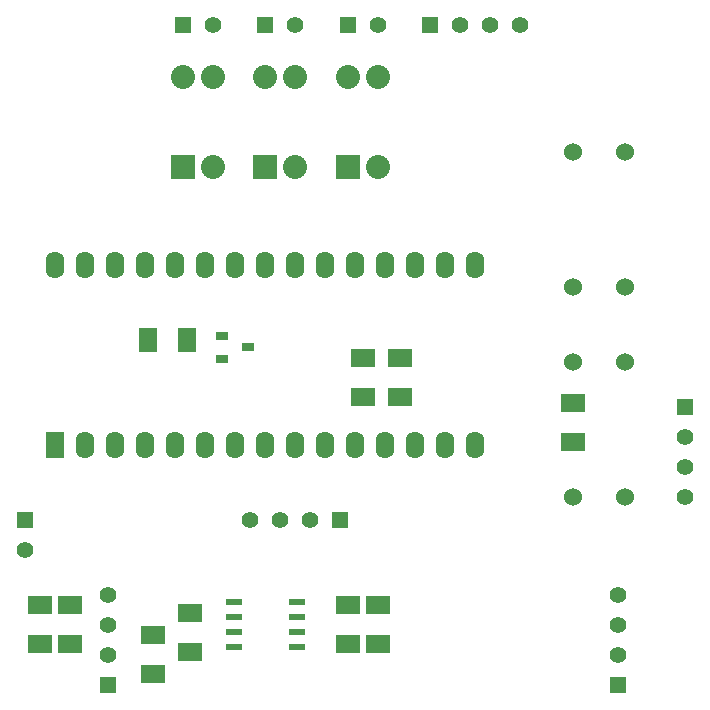
<source format=gbs>
G04 (created by PCBNEW (22-Jun-2014 BZR 4027)-stable) date Wed 30 Jul 2014 13:09:56 NZST*
%MOIN*%
G04 Gerber Fmt 3.4, Leading zero omitted, Abs format*
%FSLAX34Y34*%
G01*
G70*
G90*
G04 APERTURE LIST*
%ADD10C,0.00590551*%
%ADD11R,0.0551X0.0236*%
%ADD12R,0.08X0.06*%
%ADD13R,0.062X0.09*%
%ADD14O,0.062X0.09*%
%ADD15R,0.08X0.08*%
%ADD16C,0.08*%
%ADD17O,0.08X0.08*%
%ADD18R,0.0394X0.0315*%
%ADD19R,0.06X0.08*%
%ADD20R,0.055X0.055*%
%ADD21C,0.055*%
%ADD22C,0.06*%
G04 APERTURE END LIST*
G54D10*
G54D11*
X82550Y-63750D03*
X80450Y-63750D03*
X82550Y-63250D03*
X82550Y-62750D03*
X82550Y-62250D03*
X80450Y-63250D03*
X80450Y-62750D03*
X80450Y-62250D03*
G54D12*
X75000Y-63650D03*
X75000Y-62350D03*
X74000Y-63650D03*
X74000Y-62350D03*
X84250Y-63650D03*
X84250Y-62350D03*
X85250Y-63650D03*
X85250Y-62350D03*
G54D13*
X74500Y-57000D03*
G54D14*
X75500Y-57000D03*
X76500Y-57000D03*
X77500Y-57000D03*
X78500Y-57000D03*
X79500Y-57000D03*
X80500Y-57000D03*
X81500Y-57000D03*
X82500Y-57000D03*
X83500Y-57000D03*
X84500Y-57000D03*
X85500Y-57000D03*
X86500Y-57000D03*
X87500Y-57000D03*
X88500Y-57000D03*
X88500Y-51000D03*
X87500Y-51000D03*
X86500Y-51000D03*
X85500Y-51000D03*
X84500Y-51000D03*
X83500Y-51000D03*
X82500Y-51000D03*
X81500Y-51000D03*
X80500Y-51000D03*
X79500Y-51000D03*
X78500Y-51000D03*
X77500Y-51000D03*
X76500Y-51000D03*
X75500Y-51000D03*
X74500Y-51000D03*
G54D15*
X84250Y-47750D03*
G54D16*
X85250Y-47750D03*
G54D17*
X85250Y-44750D03*
X84250Y-44750D03*
G54D15*
X81500Y-47750D03*
G54D16*
X82500Y-47750D03*
G54D17*
X82500Y-44750D03*
X81500Y-44750D03*
G54D15*
X78750Y-47750D03*
G54D16*
X79750Y-47750D03*
G54D17*
X79750Y-44750D03*
X78750Y-44750D03*
G54D18*
X80933Y-53750D03*
X80067Y-53375D03*
X80067Y-54125D03*
G54D19*
X77600Y-53500D03*
X78900Y-53500D03*
G54D12*
X91750Y-55600D03*
X91750Y-56900D03*
X84750Y-54100D03*
X84750Y-55400D03*
X86000Y-54100D03*
X86000Y-55400D03*
X79000Y-63900D03*
X79000Y-62600D03*
X77750Y-64650D03*
X77750Y-63350D03*
G54D20*
X87000Y-43000D03*
G54D21*
X88000Y-43000D03*
X89000Y-43000D03*
X90000Y-43000D03*
G54D20*
X95500Y-55750D03*
G54D21*
X95500Y-56750D03*
X95500Y-57750D03*
X95500Y-58750D03*
G54D20*
X76250Y-65000D03*
G54D21*
X76250Y-64000D03*
X76250Y-63000D03*
X76250Y-62000D03*
G54D20*
X93250Y-65000D03*
G54D21*
X93250Y-64000D03*
X93250Y-63000D03*
X93250Y-62000D03*
G54D20*
X84000Y-59500D03*
G54D21*
X83000Y-59500D03*
X82000Y-59500D03*
X81000Y-59500D03*
G54D20*
X78750Y-43000D03*
G54D21*
X79750Y-43000D03*
G54D20*
X73500Y-59500D03*
G54D21*
X73500Y-60500D03*
G54D20*
X81500Y-43000D03*
G54D21*
X82500Y-43000D03*
G54D20*
X84250Y-43000D03*
G54D21*
X85250Y-43000D03*
G54D22*
X93500Y-54250D03*
X93500Y-58750D03*
X91750Y-54250D03*
X91750Y-58750D03*
X91750Y-47250D03*
X91750Y-51750D03*
X93500Y-47250D03*
X93500Y-51750D03*
M02*

</source>
